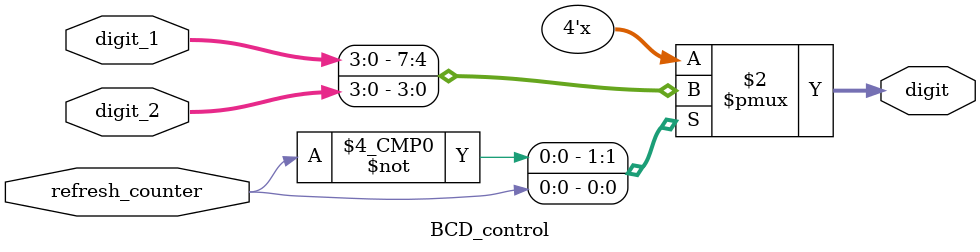
<source format=v>
`timescale 1ns / 1ps

module BCD_control(
    input [3:0] digit_1,
    input [3:0] digit_2,
    output reg [3:0] digit,
    input refresh_counter
    );
    
    always@(refresh_counter)begin
        case (refresh_counter)
            0: digit = digit_1; //cyfra po prawej
            1: digit = digit_2; //cyfra po lewej
        endcase
    end
endmodule

</source>
